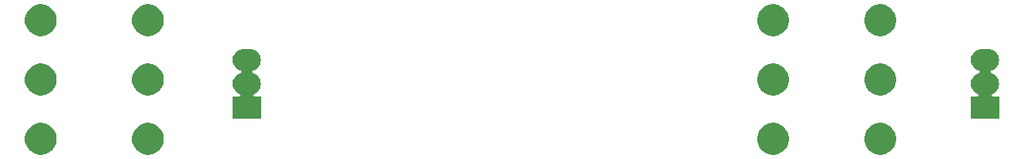
<source format=gbr>
G04 #@! TF.GenerationSoftware,KiCad,Pcbnew,(5.1.6-0-10_14)*
G04 #@! TF.CreationDate,2020-11-10T23:15:50+01:00*
G04 #@! TF.ProjectId,Headphone Board,48656164-7068-46f6-9e65-20426f617264,rev?*
G04 #@! TF.SameCoordinates,Original*
G04 #@! TF.FileFunction,Soldermask,Bot*
G04 #@! TF.FilePolarity,Negative*
%FSLAX46Y46*%
G04 Gerber Fmt 4.6, Leading zero omitted, Abs format (unit mm)*
G04 Created by KiCad (PCBNEW (5.1.6-0-10_14)) date 2020-11-10 23:15:50*
%MOMM*%
%LPD*%
G01*
G04 APERTURE LIST*
%ADD10C,0.100000*%
G04 APERTURE END LIST*
D10*
G36*
X185995494Y-92508245D02*
G01*
X186159712Y-92540910D01*
X186469092Y-92669059D01*
X186747527Y-92855103D01*
X186984317Y-93091893D01*
X187170361Y-93370328D01*
X187298510Y-93679708D01*
X187363840Y-94008145D01*
X187363840Y-94343015D01*
X187298510Y-94671452D01*
X187170361Y-94980832D01*
X186984317Y-95259267D01*
X186747527Y-95496057D01*
X186469092Y-95682101D01*
X186159712Y-95810250D01*
X185995494Y-95842915D01*
X185831277Y-95875580D01*
X185496403Y-95875580D01*
X185332186Y-95842915D01*
X185167968Y-95810250D01*
X184858588Y-95682101D01*
X184580153Y-95496057D01*
X184343363Y-95259267D01*
X184157319Y-94980832D01*
X184029170Y-94671452D01*
X183963840Y-94343015D01*
X183963840Y-94008145D01*
X184029170Y-93679708D01*
X184157319Y-93370328D01*
X184343363Y-93091893D01*
X184580153Y-92855103D01*
X184858588Y-92669059D01*
X185167968Y-92540910D01*
X185332186Y-92508245D01*
X185496403Y-92475580D01*
X185831277Y-92475580D01*
X185995494Y-92508245D01*
G37*
G36*
X174568034Y-92508245D02*
G01*
X174732252Y-92540910D01*
X175041632Y-92669059D01*
X175320067Y-92855103D01*
X175556857Y-93091893D01*
X175742901Y-93370328D01*
X175871050Y-93679708D01*
X175936380Y-94008145D01*
X175936380Y-94343015D01*
X175871050Y-94671452D01*
X175742901Y-94980832D01*
X175556857Y-95259267D01*
X175320067Y-95496057D01*
X175041632Y-95682101D01*
X174732252Y-95810250D01*
X174568034Y-95842915D01*
X174403817Y-95875580D01*
X174068943Y-95875580D01*
X173904726Y-95842915D01*
X173740508Y-95810250D01*
X173431128Y-95682101D01*
X173152693Y-95496057D01*
X172915903Y-95259267D01*
X172729859Y-94980832D01*
X172601710Y-94671452D01*
X172536380Y-94343015D01*
X172536380Y-94008145D01*
X172601710Y-93679708D01*
X172729859Y-93370328D01*
X172915903Y-93091893D01*
X173152693Y-92855103D01*
X173431128Y-92669059D01*
X173740508Y-92540910D01*
X173904726Y-92508245D01*
X174068943Y-92475580D01*
X174403817Y-92475580D01*
X174568034Y-92508245D01*
G37*
G36*
X107890494Y-92508245D02*
G01*
X108054712Y-92540910D01*
X108364092Y-92669059D01*
X108642527Y-92855103D01*
X108879317Y-93091893D01*
X109065361Y-93370328D01*
X109193510Y-93679708D01*
X109258840Y-94008145D01*
X109258840Y-94343015D01*
X109193510Y-94671452D01*
X109065361Y-94980832D01*
X108879317Y-95259267D01*
X108642527Y-95496057D01*
X108364092Y-95682101D01*
X108054712Y-95810250D01*
X107890494Y-95842915D01*
X107726277Y-95875580D01*
X107391403Y-95875580D01*
X107227186Y-95842915D01*
X107062968Y-95810250D01*
X106753588Y-95682101D01*
X106475153Y-95496057D01*
X106238363Y-95259267D01*
X106052319Y-94980832D01*
X105924170Y-94671452D01*
X105858840Y-94343015D01*
X105858840Y-94008145D01*
X105924170Y-93679708D01*
X106052319Y-93370328D01*
X106238363Y-93091893D01*
X106475153Y-92855103D01*
X106753588Y-92669059D01*
X107062968Y-92540910D01*
X107227186Y-92508245D01*
X107391403Y-92475580D01*
X107726277Y-92475580D01*
X107890494Y-92508245D01*
G37*
G36*
X96463034Y-92508245D02*
G01*
X96627252Y-92540910D01*
X96936632Y-92669059D01*
X97215067Y-92855103D01*
X97451857Y-93091893D01*
X97637901Y-93370328D01*
X97766050Y-93679708D01*
X97831380Y-94008145D01*
X97831380Y-94343015D01*
X97766050Y-94671452D01*
X97637901Y-94980832D01*
X97451857Y-95259267D01*
X97215067Y-95496057D01*
X96936632Y-95682101D01*
X96627252Y-95810250D01*
X96463034Y-95842915D01*
X96298817Y-95875580D01*
X95963943Y-95875580D01*
X95799726Y-95842915D01*
X95635508Y-95810250D01*
X95326128Y-95682101D01*
X95047693Y-95496057D01*
X94810903Y-95259267D01*
X94624859Y-94980832D01*
X94496710Y-94671452D01*
X94431380Y-94343015D01*
X94431380Y-94008145D01*
X94496710Y-93679708D01*
X94624859Y-93370328D01*
X94810903Y-93091893D01*
X95047693Y-92855103D01*
X95326128Y-92669059D01*
X95635508Y-92540910D01*
X95799726Y-92508245D01*
X95963943Y-92475580D01*
X96298817Y-92475580D01*
X96463034Y-92508245D01*
G37*
G36*
X197267714Y-84530788D02*
G01*
X197385241Y-84542363D01*
X197611442Y-84610981D01*
X197611445Y-84610982D01*
X197819910Y-84722408D01*
X198002634Y-84872366D01*
X198152592Y-85055090D01*
X198264018Y-85263555D01*
X198264019Y-85263558D01*
X198332637Y-85489759D01*
X198355806Y-85725000D01*
X198332637Y-85960241D01*
X198282481Y-86125580D01*
X198264018Y-86186445D01*
X198152592Y-86394910D01*
X198002634Y-86577634D01*
X197819910Y-86727592D01*
X197611445Y-86839018D01*
X197611442Y-86839019D01*
X197491563Y-86875384D01*
X197468927Y-86884761D01*
X197448552Y-86898374D01*
X197431225Y-86915701D01*
X197417612Y-86936076D01*
X197408234Y-86958715D01*
X197403454Y-86982748D01*
X197403454Y-87007252D01*
X197408234Y-87031285D01*
X197417612Y-87053924D01*
X197431225Y-87074299D01*
X197448552Y-87091626D01*
X197468927Y-87105239D01*
X197491563Y-87114616D01*
X197611442Y-87150981D01*
X197611445Y-87150982D01*
X197819910Y-87262408D01*
X198002634Y-87412366D01*
X198152592Y-87595090D01*
X198264018Y-87803555D01*
X198264019Y-87803558D01*
X198332637Y-88029759D01*
X198355806Y-88265000D01*
X198332637Y-88500241D01*
X198293023Y-88630830D01*
X198264018Y-88726445D01*
X198152592Y-88934910D01*
X198002634Y-89117634D01*
X197819910Y-89267592D01*
X197628762Y-89369762D01*
X197608388Y-89383375D01*
X197591061Y-89400702D01*
X197577447Y-89421077D01*
X197568069Y-89443715D01*
X197563289Y-89467749D01*
X197563289Y-89492253D01*
X197568069Y-89516286D01*
X197577447Y-89538925D01*
X197591060Y-89559299D01*
X197608387Y-89576626D01*
X197628762Y-89590240D01*
X197651400Y-89599618D01*
X197675434Y-89604398D01*
X197687686Y-89605000D01*
X198350000Y-89605000D01*
X198350000Y-92005000D01*
X195350000Y-92005000D01*
X195350000Y-89605000D01*
X196012314Y-89605000D01*
X196036700Y-89602598D01*
X196060149Y-89595485D01*
X196081760Y-89583934D01*
X196100702Y-89568389D01*
X196116247Y-89549447D01*
X196127798Y-89527836D01*
X196134911Y-89504387D01*
X196137313Y-89480001D01*
X196134911Y-89455615D01*
X196127798Y-89432166D01*
X196116247Y-89410555D01*
X196100702Y-89391613D01*
X196081760Y-89376068D01*
X196071238Y-89369762D01*
X195880090Y-89267592D01*
X195697366Y-89117634D01*
X195547408Y-88934910D01*
X195435982Y-88726445D01*
X195406977Y-88630830D01*
X195367363Y-88500241D01*
X195344194Y-88265000D01*
X195367363Y-88029759D01*
X195435981Y-87803558D01*
X195435982Y-87803555D01*
X195547408Y-87595090D01*
X195697366Y-87412366D01*
X195880090Y-87262408D01*
X196088555Y-87150982D01*
X196088558Y-87150981D01*
X196208437Y-87114616D01*
X196231073Y-87105239D01*
X196251448Y-87091626D01*
X196268775Y-87074299D01*
X196282388Y-87053924D01*
X196291766Y-87031285D01*
X196296546Y-87007252D01*
X196296546Y-86982748D01*
X196291766Y-86958715D01*
X196282388Y-86936076D01*
X196268775Y-86915701D01*
X196251448Y-86898374D01*
X196231073Y-86884761D01*
X196208437Y-86875384D01*
X196088558Y-86839019D01*
X196088555Y-86839018D01*
X195880090Y-86727592D01*
X195697366Y-86577634D01*
X195547408Y-86394910D01*
X195435982Y-86186445D01*
X195417519Y-86125580D01*
X195367363Y-85960241D01*
X195344194Y-85725000D01*
X195367363Y-85489759D01*
X195435981Y-85263558D01*
X195435982Y-85263555D01*
X195547408Y-85055090D01*
X195697366Y-84872366D01*
X195880090Y-84722408D01*
X196088555Y-84610982D01*
X196088558Y-84610981D01*
X196314759Y-84542363D01*
X196432286Y-84530788D01*
X196491049Y-84525000D01*
X197208951Y-84525000D01*
X197267714Y-84530788D01*
G37*
G36*
X118527714Y-84530788D02*
G01*
X118645241Y-84542363D01*
X118871442Y-84610981D01*
X118871445Y-84610982D01*
X119079910Y-84722408D01*
X119262634Y-84872366D01*
X119412592Y-85055090D01*
X119524018Y-85263555D01*
X119524019Y-85263558D01*
X119592637Y-85489759D01*
X119615806Y-85725000D01*
X119592637Y-85960241D01*
X119542481Y-86125580D01*
X119524018Y-86186445D01*
X119412592Y-86394910D01*
X119262634Y-86577634D01*
X119079910Y-86727592D01*
X118871445Y-86839018D01*
X118871442Y-86839019D01*
X118751563Y-86875384D01*
X118728927Y-86884761D01*
X118708552Y-86898374D01*
X118691225Y-86915701D01*
X118677612Y-86936076D01*
X118668234Y-86958715D01*
X118663454Y-86982748D01*
X118663454Y-87007252D01*
X118668234Y-87031285D01*
X118677612Y-87053924D01*
X118691225Y-87074299D01*
X118708552Y-87091626D01*
X118728927Y-87105239D01*
X118751563Y-87114616D01*
X118871442Y-87150981D01*
X118871445Y-87150982D01*
X119079910Y-87262408D01*
X119262634Y-87412366D01*
X119412592Y-87595090D01*
X119524018Y-87803555D01*
X119524019Y-87803558D01*
X119592637Y-88029759D01*
X119615806Y-88265000D01*
X119592637Y-88500241D01*
X119553023Y-88630830D01*
X119524018Y-88726445D01*
X119412592Y-88934910D01*
X119262634Y-89117634D01*
X119079910Y-89267592D01*
X118888762Y-89369762D01*
X118868388Y-89383375D01*
X118851061Y-89400702D01*
X118837447Y-89421077D01*
X118828069Y-89443715D01*
X118823289Y-89467749D01*
X118823289Y-89492253D01*
X118828069Y-89516286D01*
X118837447Y-89538925D01*
X118851060Y-89559299D01*
X118868387Y-89576626D01*
X118888762Y-89590240D01*
X118911400Y-89599618D01*
X118935434Y-89604398D01*
X118947686Y-89605000D01*
X119610000Y-89605000D01*
X119610000Y-92005000D01*
X116610000Y-92005000D01*
X116610000Y-89605000D01*
X117272314Y-89605000D01*
X117296700Y-89602598D01*
X117320149Y-89595485D01*
X117341760Y-89583934D01*
X117360702Y-89568389D01*
X117376247Y-89549447D01*
X117387798Y-89527836D01*
X117394911Y-89504387D01*
X117397313Y-89480001D01*
X117394911Y-89455615D01*
X117387798Y-89432166D01*
X117376247Y-89410555D01*
X117360702Y-89391613D01*
X117341760Y-89376068D01*
X117331238Y-89369762D01*
X117140090Y-89267592D01*
X116957366Y-89117634D01*
X116807408Y-88934910D01*
X116695982Y-88726445D01*
X116666977Y-88630830D01*
X116627363Y-88500241D01*
X116604194Y-88265000D01*
X116627363Y-88029759D01*
X116695981Y-87803558D01*
X116695982Y-87803555D01*
X116807408Y-87595090D01*
X116957366Y-87412366D01*
X117140090Y-87262408D01*
X117348555Y-87150982D01*
X117348558Y-87150981D01*
X117468437Y-87114616D01*
X117491073Y-87105239D01*
X117511448Y-87091626D01*
X117528775Y-87074299D01*
X117542388Y-87053924D01*
X117551766Y-87031285D01*
X117556546Y-87007252D01*
X117556546Y-86982748D01*
X117551766Y-86958715D01*
X117542388Y-86936076D01*
X117528775Y-86915701D01*
X117511448Y-86898374D01*
X117491073Y-86884761D01*
X117468437Y-86875384D01*
X117348558Y-86839019D01*
X117348555Y-86839018D01*
X117140090Y-86727592D01*
X116957366Y-86577634D01*
X116807408Y-86394910D01*
X116695982Y-86186445D01*
X116677519Y-86125580D01*
X116627363Y-85960241D01*
X116604194Y-85725000D01*
X116627363Y-85489759D01*
X116695981Y-85263558D01*
X116695982Y-85263555D01*
X116807408Y-85055090D01*
X116957366Y-84872366D01*
X117140090Y-84722408D01*
X117348555Y-84610982D01*
X117348558Y-84610981D01*
X117574759Y-84542363D01*
X117692286Y-84530788D01*
X117751049Y-84525000D01*
X118468951Y-84525000D01*
X118527714Y-84530788D01*
G37*
G36*
X96463034Y-86158245D02*
G01*
X96627252Y-86190910D01*
X96936632Y-86319059D01*
X97215067Y-86505103D01*
X97451857Y-86741893D01*
X97637901Y-87020328D01*
X97766050Y-87329708D01*
X97831380Y-87658145D01*
X97831380Y-87993015D01*
X97766050Y-88321452D01*
X97637901Y-88630832D01*
X97451857Y-88909267D01*
X97215067Y-89146057D01*
X96936632Y-89332101D01*
X96627252Y-89460250D01*
X96466362Y-89492253D01*
X96298817Y-89525580D01*
X95963943Y-89525580D01*
X95796398Y-89492253D01*
X95635508Y-89460250D01*
X95326128Y-89332101D01*
X95047693Y-89146057D01*
X94810903Y-88909267D01*
X94624859Y-88630832D01*
X94496710Y-88321452D01*
X94431380Y-87993015D01*
X94431380Y-87658145D01*
X94496710Y-87329708D01*
X94624859Y-87020328D01*
X94810903Y-86741893D01*
X95047693Y-86505103D01*
X95326128Y-86319059D01*
X95635508Y-86190910D01*
X95799726Y-86158245D01*
X95963943Y-86125580D01*
X96298817Y-86125580D01*
X96463034Y-86158245D01*
G37*
G36*
X107890494Y-86158245D02*
G01*
X108054712Y-86190910D01*
X108364092Y-86319059D01*
X108642527Y-86505103D01*
X108879317Y-86741893D01*
X109065361Y-87020328D01*
X109193510Y-87329708D01*
X109258840Y-87658145D01*
X109258840Y-87993015D01*
X109193510Y-88321452D01*
X109065361Y-88630832D01*
X108879317Y-88909267D01*
X108642527Y-89146057D01*
X108364092Y-89332101D01*
X108054712Y-89460250D01*
X107893822Y-89492253D01*
X107726277Y-89525580D01*
X107391403Y-89525580D01*
X107223858Y-89492253D01*
X107062968Y-89460250D01*
X106753588Y-89332101D01*
X106475153Y-89146057D01*
X106238363Y-88909267D01*
X106052319Y-88630832D01*
X105924170Y-88321452D01*
X105858840Y-87993015D01*
X105858840Y-87658145D01*
X105924170Y-87329708D01*
X106052319Y-87020328D01*
X106238363Y-86741893D01*
X106475153Y-86505103D01*
X106753588Y-86319059D01*
X107062968Y-86190910D01*
X107227187Y-86158245D01*
X107391403Y-86125580D01*
X107726277Y-86125580D01*
X107890494Y-86158245D01*
G37*
G36*
X174568034Y-86158245D02*
G01*
X174732252Y-86190910D01*
X175041632Y-86319059D01*
X175320067Y-86505103D01*
X175556857Y-86741893D01*
X175742901Y-87020328D01*
X175871050Y-87329708D01*
X175936380Y-87658145D01*
X175936380Y-87993015D01*
X175871050Y-88321452D01*
X175742901Y-88630832D01*
X175556857Y-88909267D01*
X175320067Y-89146057D01*
X175041632Y-89332101D01*
X174732252Y-89460250D01*
X174571362Y-89492253D01*
X174403817Y-89525580D01*
X174068943Y-89525580D01*
X173901398Y-89492253D01*
X173740508Y-89460250D01*
X173431128Y-89332101D01*
X173152693Y-89146057D01*
X172915903Y-88909267D01*
X172729859Y-88630832D01*
X172601710Y-88321452D01*
X172536380Y-87993015D01*
X172536380Y-87658145D01*
X172601710Y-87329708D01*
X172729859Y-87020328D01*
X172915903Y-86741893D01*
X173152693Y-86505103D01*
X173431128Y-86319059D01*
X173740508Y-86190910D01*
X173904727Y-86158245D01*
X174068943Y-86125580D01*
X174403817Y-86125580D01*
X174568034Y-86158245D01*
G37*
G36*
X185995494Y-86158245D02*
G01*
X186159712Y-86190910D01*
X186469092Y-86319059D01*
X186747527Y-86505103D01*
X186984317Y-86741893D01*
X187170361Y-87020328D01*
X187298510Y-87329708D01*
X187363840Y-87658145D01*
X187363840Y-87993015D01*
X187298510Y-88321452D01*
X187170361Y-88630832D01*
X186984317Y-88909267D01*
X186747527Y-89146057D01*
X186469092Y-89332101D01*
X186159712Y-89460250D01*
X185998822Y-89492253D01*
X185831277Y-89525580D01*
X185496403Y-89525580D01*
X185328858Y-89492253D01*
X185167968Y-89460250D01*
X184858588Y-89332101D01*
X184580153Y-89146057D01*
X184343363Y-88909267D01*
X184157319Y-88630832D01*
X184029170Y-88321452D01*
X183963840Y-87993015D01*
X183963840Y-87658145D01*
X184029170Y-87329708D01*
X184157319Y-87020328D01*
X184343363Y-86741893D01*
X184580153Y-86505103D01*
X184858588Y-86319059D01*
X185167968Y-86190910D01*
X185332187Y-86158245D01*
X185496403Y-86125580D01*
X185831277Y-86125580D01*
X185995494Y-86158245D01*
G37*
G36*
X185995493Y-79808245D02*
G01*
X186159712Y-79840910D01*
X186469092Y-79969059D01*
X186747527Y-80155103D01*
X186984317Y-80391893D01*
X187170361Y-80670328D01*
X187298510Y-80979708D01*
X187363840Y-81308145D01*
X187363840Y-81643015D01*
X187298510Y-81971452D01*
X187170361Y-82280832D01*
X186984317Y-82559267D01*
X186747527Y-82796057D01*
X186469092Y-82982101D01*
X186159712Y-83110250D01*
X185995493Y-83142915D01*
X185831277Y-83175580D01*
X185496403Y-83175580D01*
X185332186Y-83142915D01*
X185167968Y-83110250D01*
X184858588Y-82982101D01*
X184580153Y-82796057D01*
X184343363Y-82559267D01*
X184157319Y-82280832D01*
X184029170Y-81971452D01*
X183963840Y-81643015D01*
X183963840Y-81308145D01*
X184029170Y-80979708D01*
X184157319Y-80670328D01*
X184343363Y-80391893D01*
X184580153Y-80155103D01*
X184858588Y-79969059D01*
X185167968Y-79840910D01*
X185332187Y-79808245D01*
X185496403Y-79775580D01*
X185831277Y-79775580D01*
X185995493Y-79808245D01*
G37*
G36*
X174568033Y-79808245D02*
G01*
X174732252Y-79840910D01*
X175041632Y-79969059D01*
X175320067Y-80155103D01*
X175556857Y-80391893D01*
X175742901Y-80670328D01*
X175871050Y-80979708D01*
X175936380Y-81308145D01*
X175936380Y-81643015D01*
X175871050Y-81971452D01*
X175742901Y-82280832D01*
X175556857Y-82559267D01*
X175320067Y-82796057D01*
X175041632Y-82982101D01*
X174732252Y-83110250D01*
X174568033Y-83142915D01*
X174403817Y-83175580D01*
X174068943Y-83175580D01*
X173904726Y-83142915D01*
X173740508Y-83110250D01*
X173431128Y-82982101D01*
X173152693Y-82796057D01*
X172915903Y-82559267D01*
X172729859Y-82280832D01*
X172601710Y-81971452D01*
X172536380Y-81643015D01*
X172536380Y-81308145D01*
X172601710Y-80979708D01*
X172729859Y-80670328D01*
X172915903Y-80391893D01*
X173152693Y-80155103D01*
X173431128Y-79969059D01*
X173740508Y-79840910D01*
X173904727Y-79808245D01*
X174068943Y-79775580D01*
X174403817Y-79775580D01*
X174568033Y-79808245D01*
G37*
G36*
X107890493Y-79808245D02*
G01*
X108054712Y-79840910D01*
X108364092Y-79969059D01*
X108642527Y-80155103D01*
X108879317Y-80391893D01*
X109065361Y-80670328D01*
X109193510Y-80979708D01*
X109258840Y-81308145D01*
X109258840Y-81643015D01*
X109193510Y-81971452D01*
X109065361Y-82280832D01*
X108879317Y-82559267D01*
X108642527Y-82796057D01*
X108364092Y-82982101D01*
X108054712Y-83110250D01*
X107890494Y-83142915D01*
X107726277Y-83175580D01*
X107391403Y-83175580D01*
X107227186Y-83142915D01*
X107062968Y-83110250D01*
X106753588Y-82982101D01*
X106475153Y-82796057D01*
X106238363Y-82559267D01*
X106052319Y-82280832D01*
X105924170Y-81971452D01*
X105858840Y-81643015D01*
X105858840Y-81308145D01*
X105924170Y-80979708D01*
X106052319Y-80670328D01*
X106238363Y-80391893D01*
X106475153Y-80155103D01*
X106753588Y-79969059D01*
X107062968Y-79840910D01*
X107227187Y-79808245D01*
X107391403Y-79775580D01*
X107726277Y-79775580D01*
X107890493Y-79808245D01*
G37*
G36*
X96463033Y-79808245D02*
G01*
X96627252Y-79840910D01*
X96936632Y-79969059D01*
X97215067Y-80155103D01*
X97451857Y-80391893D01*
X97637901Y-80670328D01*
X97766050Y-80979708D01*
X97831380Y-81308145D01*
X97831380Y-81643015D01*
X97766050Y-81971452D01*
X97637901Y-82280832D01*
X97451857Y-82559267D01*
X97215067Y-82796057D01*
X96936632Y-82982101D01*
X96627252Y-83110250D01*
X96463034Y-83142915D01*
X96298817Y-83175580D01*
X95963943Y-83175580D01*
X95799726Y-83142915D01*
X95635508Y-83110250D01*
X95326128Y-82982101D01*
X95047693Y-82796057D01*
X94810903Y-82559267D01*
X94624859Y-82280832D01*
X94496710Y-81971452D01*
X94431380Y-81643015D01*
X94431380Y-81308145D01*
X94496710Y-80979708D01*
X94624859Y-80670328D01*
X94810903Y-80391893D01*
X95047693Y-80155103D01*
X95326128Y-79969059D01*
X95635508Y-79840910D01*
X95799727Y-79808245D01*
X95963943Y-79775580D01*
X96298817Y-79775580D01*
X96463033Y-79808245D01*
G37*
M02*

</source>
